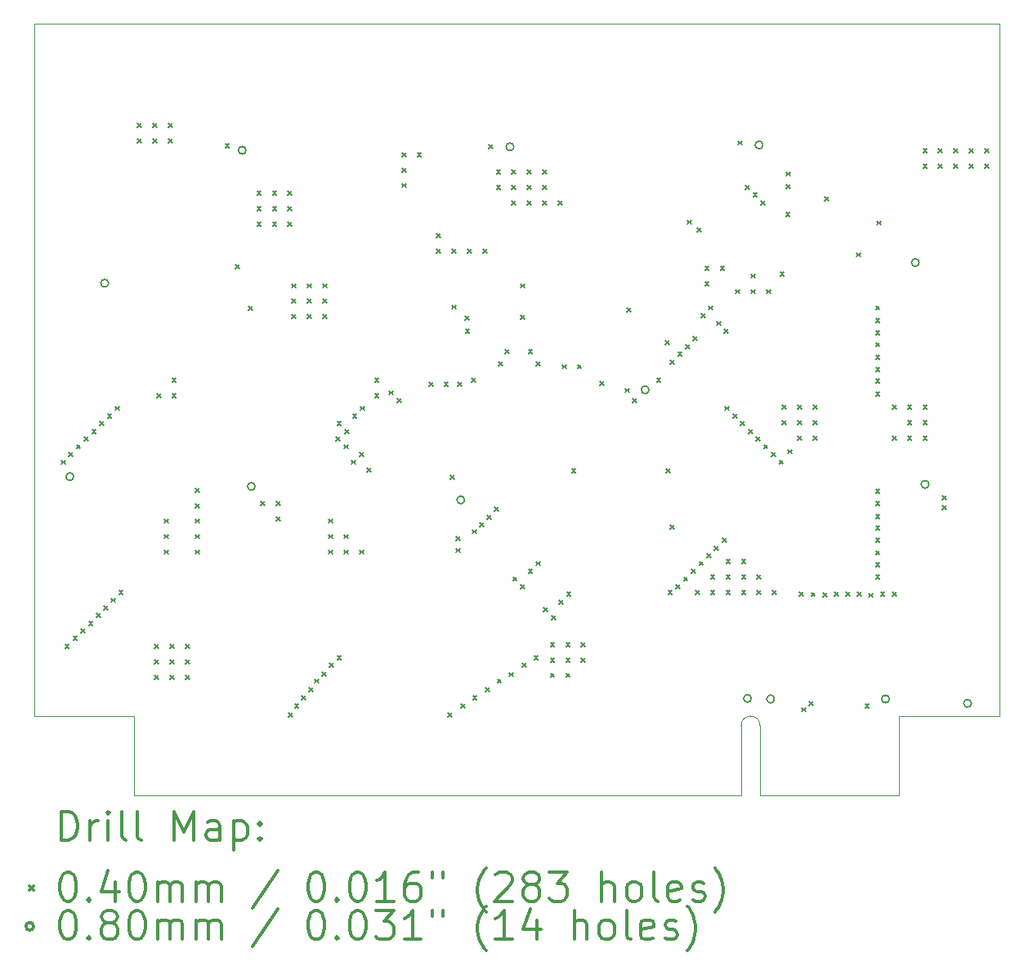
<source format=gbr>
%FSLAX45Y45*%
G04 Gerber Fmt 4.5, Leading zero omitted, Abs format (unit mm)*
G04 Created by KiCad (PCBNEW (5.1.8)-1) date 2022-01-11 15:51:55*
%MOMM*%
%LPD*%
G01*
G04 APERTURE LIST*
%TA.AperFunction,Profile*%
%ADD10C,0.100000*%
%TD*%
%ADD11C,0.200000*%
%ADD12C,0.300000*%
G04 APERTURE END LIST*
D10*
X19015000Y-11360000D02*
G75*
G02*
X19210000Y-11360000I97500J0D01*
G01*
X19210000Y-12080000D02*
X19210000Y-11360000D01*
X19015000Y-12080000D02*
X19015000Y-11360000D01*
X20651000Y-12080000D02*
X20651000Y-11263000D01*
X12726000Y-12080000D02*
X12726000Y-11263000D01*
X20651000Y-12080000D02*
X19210000Y-12080000D01*
X19015000Y-12080000D02*
X12726000Y-12080000D01*
X12726000Y-11263000D02*
X11689000Y-11263000D01*
X11690000Y-4080000D02*
X21690000Y-4080000D01*
X11689000Y-11263000D02*
X11690000Y-4080000D01*
X21688000Y-11263000D02*
X20651000Y-11263000D01*
X21690000Y-4080000D02*
X21688000Y-11263000D01*
D11*
X11970000Y-8610000D02*
X12010000Y-8650000D01*
X12010000Y-8610000D02*
X11970000Y-8650000D01*
X12010001Y-10520000D02*
X12050001Y-10560000D01*
X12050001Y-10520000D02*
X12010001Y-10560000D01*
X12050000Y-8530000D02*
X12090000Y-8570000D01*
X12090000Y-8530000D02*
X12050000Y-8570000D01*
X12095000Y-10435000D02*
X12135000Y-10475000D01*
X12135000Y-10435000D02*
X12095000Y-10475000D01*
X12130000Y-8450000D02*
X12170000Y-8490000D01*
X12170000Y-8450000D02*
X12130000Y-8490000D01*
X12175000Y-10360000D02*
X12215000Y-10400000D01*
X12215000Y-10360000D02*
X12175000Y-10400000D01*
X12210000Y-8370000D02*
X12250000Y-8410000D01*
X12250000Y-8370000D02*
X12210000Y-8410000D01*
X12255000Y-10280000D02*
X12295000Y-10320000D01*
X12295000Y-10280000D02*
X12255000Y-10320000D01*
X12290000Y-8290000D02*
X12330000Y-8330000D01*
X12330000Y-8290000D02*
X12290000Y-8330000D01*
X12335000Y-10200000D02*
X12375000Y-10240000D01*
X12375000Y-10200000D02*
X12335000Y-10240000D01*
X12370000Y-8210000D02*
X12410000Y-8250000D01*
X12410000Y-8210000D02*
X12370000Y-8250000D01*
X12415000Y-10120000D02*
X12455000Y-10160000D01*
X12455000Y-10120000D02*
X12415000Y-10160000D01*
X12450000Y-8130000D02*
X12490000Y-8170000D01*
X12490000Y-8130000D02*
X12450000Y-8170000D01*
X12490000Y-10040000D02*
X12530000Y-10080000D01*
X12530000Y-10040000D02*
X12490000Y-10080000D01*
X12530000Y-8049994D02*
X12570000Y-8089994D01*
X12570000Y-8049994D02*
X12530000Y-8089994D01*
X12570000Y-9960000D02*
X12610000Y-10000000D01*
X12610000Y-9960000D02*
X12570000Y-10000000D01*
X12760000Y-5120000D02*
X12800000Y-5160000D01*
X12800000Y-5120000D02*
X12760000Y-5160000D01*
X12760000Y-5280000D02*
X12800000Y-5320000D01*
X12800000Y-5280000D02*
X12760000Y-5320000D01*
X12920000Y-5120000D02*
X12960000Y-5160000D01*
X12960000Y-5120000D02*
X12920000Y-5160000D01*
X12920000Y-5280000D02*
X12960000Y-5320000D01*
X12960000Y-5280000D02*
X12920000Y-5320000D01*
X12940000Y-10520000D02*
X12980000Y-10560000D01*
X12980000Y-10520000D02*
X12940000Y-10560000D01*
X12940000Y-10680000D02*
X12980000Y-10720000D01*
X12980000Y-10680000D02*
X12940000Y-10720000D01*
X12940000Y-10840000D02*
X12980000Y-10880000D01*
X12980000Y-10840000D02*
X12940000Y-10880000D01*
X12960000Y-7920000D02*
X13000000Y-7960000D01*
X13000000Y-7920000D02*
X12960000Y-7960000D01*
X13040000Y-9220000D02*
X13080000Y-9260000D01*
X13080000Y-9220000D02*
X13040000Y-9260000D01*
X13040000Y-9380000D02*
X13080000Y-9420000D01*
X13080000Y-9380000D02*
X13040000Y-9420000D01*
X13040000Y-9540000D02*
X13080000Y-9580000D01*
X13080000Y-9540000D02*
X13040000Y-9580000D01*
X13080000Y-5120000D02*
X13120000Y-5160000D01*
X13120000Y-5120000D02*
X13080000Y-5160000D01*
X13080000Y-5280000D02*
X13120000Y-5320000D01*
X13120000Y-5280000D02*
X13080000Y-5320000D01*
X13100000Y-10520000D02*
X13140000Y-10560000D01*
X13140000Y-10520000D02*
X13100000Y-10560000D01*
X13100000Y-10680000D02*
X13140000Y-10720000D01*
X13140000Y-10680000D02*
X13100000Y-10720000D01*
X13100000Y-10840000D02*
X13140000Y-10880000D01*
X13140000Y-10840000D02*
X13100000Y-10880000D01*
X13120000Y-7760000D02*
X13160000Y-7800000D01*
X13160000Y-7760000D02*
X13120000Y-7800000D01*
X13120000Y-7920000D02*
X13160000Y-7960000D01*
X13160000Y-7920000D02*
X13120000Y-7960000D01*
X13260000Y-10520000D02*
X13300000Y-10560000D01*
X13300000Y-10520000D02*
X13260000Y-10560000D01*
X13260000Y-10680000D02*
X13300000Y-10720000D01*
X13300000Y-10680000D02*
X13260000Y-10720000D01*
X13260000Y-10840000D02*
X13300000Y-10880000D01*
X13300000Y-10840000D02*
X13260000Y-10880000D01*
X13360000Y-8900000D02*
X13400000Y-8940000D01*
X13400000Y-8900000D02*
X13360000Y-8940000D01*
X13360000Y-9060000D02*
X13400000Y-9100000D01*
X13400000Y-9060000D02*
X13360000Y-9100000D01*
X13360000Y-9220000D02*
X13400000Y-9260000D01*
X13400000Y-9220000D02*
X13360000Y-9260000D01*
X13360000Y-9380000D02*
X13400000Y-9420000D01*
X13400000Y-9380000D02*
X13360000Y-9420000D01*
X13360000Y-9540000D02*
X13400000Y-9580000D01*
X13400000Y-9540000D02*
X13360000Y-9580000D01*
X13670000Y-5330000D02*
X13710000Y-5370000D01*
X13710000Y-5330000D02*
X13670000Y-5370000D01*
X13775000Y-6585000D02*
X13815000Y-6625000D01*
X13815000Y-6585000D02*
X13775000Y-6625000D01*
X13910000Y-7015000D02*
X13950000Y-7055000D01*
X13950000Y-7015000D02*
X13910000Y-7055000D01*
X14000000Y-5820000D02*
X14040000Y-5860000D01*
X14040000Y-5820000D02*
X14000000Y-5860000D01*
X14000000Y-5980000D02*
X14040000Y-6020000D01*
X14040000Y-5980000D02*
X14000000Y-6020000D01*
X14000000Y-6140000D02*
X14040000Y-6180000D01*
X14040000Y-6140000D02*
X14000000Y-6180000D01*
X14040000Y-9040000D02*
X14080000Y-9080000D01*
X14080000Y-9040000D02*
X14040000Y-9080000D01*
X14160000Y-5820000D02*
X14200000Y-5860000D01*
X14200000Y-5820000D02*
X14160000Y-5860000D01*
X14160000Y-5980000D02*
X14200000Y-6020000D01*
X14200000Y-5980000D02*
X14160000Y-6020000D01*
X14160000Y-6140000D02*
X14200000Y-6180000D01*
X14200000Y-6140000D02*
X14160000Y-6180000D01*
X14200000Y-9040000D02*
X14240000Y-9080000D01*
X14240000Y-9040000D02*
X14200000Y-9080000D01*
X14200000Y-9200000D02*
X14240000Y-9240000D01*
X14240000Y-9200000D02*
X14200000Y-9240000D01*
X14320000Y-5820000D02*
X14360000Y-5860000D01*
X14360000Y-5820000D02*
X14320000Y-5860000D01*
X14320000Y-5980000D02*
X14360000Y-6020000D01*
X14360000Y-5980000D02*
X14320000Y-6020000D01*
X14320000Y-6140000D02*
X14360000Y-6180000D01*
X14360000Y-6140000D02*
X14320000Y-6180000D01*
X14325000Y-11230000D02*
X14365000Y-11270000D01*
X14365000Y-11230000D02*
X14325000Y-11270000D01*
X14360000Y-6780000D02*
X14400000Y-6820000D01*
X14400000Y-6780000D02*
X14360000Y-6820000D01*
X14360000Y-6940000D02*
X14400000Y-6980000D01*
X14400000Y-6940000D02*
X14360000Y-6980000D01*
X14360000Y-7100000D02*
X14400000Y-7140000D01*
X14400000Y-7100000D02*
X14360000Y-7140000D01*
X14390000Y-11140000D02*
X14430000Y-11180000D01*
X14430000Y-11140000D02*
X14390000Y-11180000D01*
X14460000Y-11055000D02*
X14500000Y-11095000D01*
X14500000Y-11055000D02*
X14460000Y-11095000D01*
X14520000Y-6780000D02*
X14560000Y-6820000D01*
X14560000Y-6780000D02*
X14520000Y-6820000D01*
X14520000Y-6940000D02*
X14560000Y-6980000D01*
X14560000Y-6940000D02*
X14520000Y-6980000D01*
X14520000Y-7100000D02*
X14560000Y-7140000D01*
X14560000Y-7100000D02*
X14520000Y-7140000D01*
X14535000Y-10970000D02*
X14575000Y-11010000D01*
X14575000Y-10970000D02*
X14535000Y-11010000D01*
X14600000Y-10880000D02*
X14640000Y-10920000D01*
X14640000Y-10880000D02*
X14600000Y-10920000D01*
X14675000Y-10807499D02*
X14715000Y-10847499D01*
X14715000Y-10807499D02*
X14675000Y-10847499D01*
X14680000Y-6780000D02*
X14720000Y-6820000D01*
X14720000Y-6780000D02*
X14680000Y-6820000D01*
X14680000Y-6940000D02*
X14720000Y-6980000D01*
X14720000Y-6940000D02*
X14680000Y-6980000D01*
X14680000Y-7100000D02*
X14720000Y-7140000D01*
X14720000Y-7100000D02*
X14680000Y-7140000D01*
X14740000Y-9220000D02*
X14780000Y-9260000D01*
X14780000Y-9220000D02*
X14740000Y-9260000D01*
X14740000Y-9380000D02*
X14780000Y-9420000D01*
X14780000Y-9380000D02*
X14740000Y-9420000D01*
X14740000Y-9540000D02*
X14780000Y-9580000D01*
X14780000Y-9540000D02*
X14740000Y-9580000D01*
X14750000Y-10715000D02*
X14790000Y-10755000D01*
X14790000Y-10715000D02*
X14750000Y-10755000D01*
X14820000Y-8370000D02*
X14860000Y-8410000D01*
X14860000Y-8370000D02*
X14820000Y-8410000D01*
X14830000Y-8210000D02*
X14870000Y-8250000D01*
X14870000Y-8210000D02*
X14830000Y-8250000D01*
X14830000Y-10640000D02*
X14870000Y-10680000D01*
X14870000Y-10640000D02*
X14830000Y-10680000D01*
X14900000Y-8450000D02*
X14940000Y-8490000D01*
X14940000Y-8450000D02*
X14900000Y-8490000D01*
X14900000Y-9380000D02*
X14940000Y-9420000D01*
X14940000Y-9380000D02*
X14900000Y-9420000D01*
X14900000Y-9540000D02*
X14940000Y-9580000D01*
X14940000Y-9540000D02*
X14900000Y-9580000D01*
X14910000Y-8290000D02*
X14950000Y-8330000D01*
X14950000Y-8290000D02*
X14910000Y-8330000D01*
X14980000Y-8610000D02*
X15020000Y-8650000D01*
X15020000Y-8610000D02*
X14980000Y-8650000D01*
X14990000Y-8130000D02*
X15030000Y-8170000D01*
X15030000Y-8130000D02*
X14990000Y-8170000D01*
X15060000Y-8530000D02*
X15100000Y-8570000D01*
X15100000Y-8530000D02*
X15060000Y-8570000D01*
X15060000Y-9540000D02*
X15100000Y-9580000D01*
X15100000Y-9540000D02*
X15060000Y-9580000D01*
X15070000Y-8049994D02*
X15110000Y-8089994D01*
X15110000Y-8049994D02*
X15070000Y-8089994D01*
X15140001Y-8690000D02*
X15180001Y-8730000D01*
X15180001Y-8690000D02*
X15140001Y-8730000D01*
X15220000Y-7760000D02*
X15260000Y-7800000D01*
X15260000Y-7760000D02*
X15220000Y-7800000D01*
X15220000Y-7920000D02*
X15260000Y-7960000D01*
X15260000Y-7920000D02*
X15220000Y-7960000D01*
X15370002Y-7890000D02*
X15410002Y-7930000D01*
X15410002Y-7890000D02*
X15370002Y-7930000D01*
X15450000Y-7970000D02*
X15490000Y-8010000D01*
X15490000Y-7970000D02*
X15450000Y-8010000D01*
X15500000Y-5420000D02*
X15540000Y-5460000D01*
X15540000Y-5420000D02*
X15500000Y-5460000D01*
X15500000Y-5580000D02*
X15540000Y-5620000D01*
X15540000Y-5580000D02*
X15500000Y-5620000D01*
X15500000Y-5740000D02*
X15540000Y-5780000D01*
X15540000Y-5740000D02*
X15500000Y-5780000D01*
X15660000Y-5420000D02*
X15700000Y-5460000D01*
X15700000Y-5420000D02*
X15660000Y-5460000D01*
X15780000Y-7800000D02*
X15820000Y-7840000D01*
X15820000Y-7800000D02*
X15780000Y-7840000D01*
X15860000Y-6260000D02*
X15900000Y-6300000D01*
X15900000Y-6260000D02*
X15860000Y-6300000D01*
X15860000Y-6420000D02*
X15900000Y-6460000D01*
X15900000Y-6420000D02*
X15860000Y-6460000D01*
X15940000Y-7800000D02*
X15980000Y-7840000D01*
X15980000Y-7800000D02*
X15940000Y-7840000D01*
X15980000Y-11230000D02*
X16020000Y-11270000D01*
X16020000Y-11230000D02*
X15980000Y-11270000D01*
X16005000Y-8765000D02*
X16045000Y-8805000D01*
X16045000Y-8765000D02*
X16005000Y-8805000D01*
X16020000Y-6420000D02*
X16060000Y-6460000D01*
X16060000Y-6420000D02*
X16020000Y-6460000D01*
X16020000Y-7000000D02*
X16060000Y-7040000D01*
X16060000Y-7000000D02*
X16020000Y-7040000D01*
X16060000Y-9400000D02*
X16100000Y-9440000D01*
X16100000Y-9400000D02*
X16060000Y-9440000D01*
X16060000Y-9525000D02*
X16100000Y-9565000D01*
X16100000Y-9525000D02*
X16060000Y-9565000D01*
X16080000Y-7800000D02*
X16120000Y-7840000D01*
X16120000Y-7800000D02*
X16080000Y-7840000D01*
X16110000Y-11140000D02*
X16150000Y-11180000D01*
X16150000Y-11140000D02*
X16110000Y-11180000D01*
X16157502Y-7114340D02*
X16197502Y-7154340D01*
X16197502Y-7114340D02*
X16157502Y-7154340D01*
X16160001Y-7250000D02*
X16200001Y-7290000D01*
X16200001Y-7250000D02*
X16160001Y-7290000D01*
X16180000Y-6420000D02*
X16220000Y-6460000D01*
X16220000Y-6420000D02*
X16180000Y-6460000D01*
X16220000Y-7760000D02*
X16260000Y-7800000D01*
X16260000Y-7760000D02*
X16220000Y-7800000D01*
X16230000Y-9330000D02*
X16270000Y-9370000D01*
X16270000Y-9330000D02*
X16230000Y-9370000D01*
X16235000Y-11055000D02*
X16275000Y-11095000D01*
X16275000Y-11055000D02*
X16235000Y-11095000D01*
X16310254Y-9257499D02*
X16350254Y-9297499D01*
X16350254Y-9257499D02*
X16310254Y-9297499D01*
X16340000Y-6420000D02*
X16380000Y-6460000D01*
X16380000Y-6420000D02*
X16340000Y-6460000D01*
X16365000Y-10970000D02*
X16405000Y-11010000D01*
X16405000Y-10970000D02*
X16365000Y-11010000D01*
X16382501Y-9180000D02*
X16422501Y-9220000D01*
X16422501Y-9180000D02*
X16382501Y-9220000D01*
X16400000Y-5340000D02*
X16440000Y-5380000D01*
X16440000Y-5340000D02*
X16400000Y-5380000D01*
X16458926Y-9098925D02*
X16498926Y-9138925D01*
X16498926Y-9098925D02*
X16458926Y-9138925D01*
X16480000Y-5600000D02*
X16520000Y-5640000D01*
X16520000Y-5600000D02*
X16480000Y-5640000D01*
X16480000Y-5760000D02*
X16520000Y-5800000D01*
X16520000Y-5760000D02*
X16480000Y-5800000D01*
X16490000Y-10880000D02*
X16530000Y-10920000D01*
X16530000Y-10880000D02*
X16490000Y-10920000D01*
X16499999Y-7590000D02*
X16539999Y-7630000D01*
X16539999Y-7590000D02*
X16499999Y-7630000D01*
X16572501Y-7460000D02*
X16612501Y-7500000D01*
X16612501Y-7460000D02*
X16572501Y-7500000D01*
X16615000Y-10810000D02*
X16655000Y-10850000D01*
X16655000Y-10810000D02*
X16615000Y-10850000D01*
X16640000Y-5600000D02*
X16680000Y-5640000D01*
X16680000Y-5600000D02*
X16640000Y-5640000D01*
X16640000Y-5760000D02*
X16680000Y-5800000D01*
X16680000Y-5760000D02*
X16640000Y-5800000D01*
X16640000Y-5920000D02*
X16680000Y-5960000D01*
X16680000Y-5920000D02*
X16640000Y-5960000D01*
X16650000Y-9820000D02*
X16690000Y-9860000D01*
X16690000Y-9820000D02*
X16650000Y-9860000D01*
X16730000Y-6780000D02*
X16770000Y-6820000D01*
X16770000Y-6780000D02*
X16730000Y-6820000D01*
X16730000Y-7110000D02*
X16770000Y-7150000D01*
X16770000Y-7110000D02*
X16730000Y-7150000D01*
X16730000Y-9900000D02*
X16770000Y-9940000D01*
X16770000Y-9900000D02*
X16730000Y-9940000D01*
X16745000Y-10715000D02*
X16785000Y-10755000D01*
X16785000Y-10715000D02*
X16745000Y-10755000D01*
X16800000Y-5600000D02*
X16840000Y-5640000D01*
X16840000Y-5600000D02*
X16800000Y-5640000D01*
X16800000Y-5760000D02*
X16840000Y-5800000D01*
X16840000Y-5760000D02*
X16800000Y-5800000D01*
X16800000Y-5920000D02*
X16840000Y-5960000D01*
X16840000Y-5920000D02*
X16800000Y-5960000D01*
X16810000Y-7460000D02*
X16850000Y-7500000D01*
X16850000Y-7460000D02*
X16810000Y-7500000D01*
X16810000Y-9740000D02*
X16850000Y-9780000D01*
X16850000Y-9740000D02*
X16810000Y-9780000D01*
X16870000Y-10640000D02*
X16910000Y-10680000D01*
X16910000Y-10640000D02*
X16870000Y-10680000D01*
X16890000Y-7590000D02*
X16930000Y-7630000D01*
X16930000Y-7590000D02*
X16890000Y-7630000D01*
X16890000Y-9660000D02*
X16930000Y-9700000D01*
X16930000Y-9660000D02*
X16890000Y-9700000D01*
X16960000Y-5600000D02*
X17000000Y-5640000D01*
X17000000Y-5600000D02*
X16960000Y-5640000D01*
X16960000Y-5760000D02*
X17000000Y-5800000D01*
X17000000Y-5760000D02*
X16960000Y-5800000D01*
X16960000Y-5920000D02*
X17000000Y-5960000D01*
X17000000Y-5920000D02*
X16960000Y-5960000D01*
X16970000Y-10140000D02*
X17010000Y-10180000D01*
X17010000Y-10140000D02*
X16970000Y-10180000D01*
X17040000Y-10500000D02*
X17080000Y-10540000D01*
X17080000Y-10500000D02*
X17040000Y-10540000D01*
X17040000Y-10660000D02*
X17080000Y-10700000D01*
X17080000Y-10660000D02*
X17040000Y-10700000D01*
X17040000Y-10820000D02*
X17080000Y-10860000D01*
X17080000Y-10820000D02*
X17040000Y-10860000D01*
X17050000Y-10220000D02*
X17090000Y-10260000D01*
X17090000Y-10220000D02*
X17050000Y-10260000D01*
X17120000Y-5920000D02*
X17160000Y-5960000D01*
X17160000Y-5920000D02*
X17120000Y-5960000D01*
X17130000Y-10060000D02*
X17170000Y-10100000D01*
X17170000Y-10060000D02*
X17130000Y-10100000D01*
X17160000Y-7620000D02*
X17200000Y-7660000D01*
X17200000Y-7620000D02*
X17160000Y-7660000D01*
X17200000Y-10500000D02*
X17240000Y-10540000D01*
X17240000Y-10500000D02*
X17200000Y-10540000D01*
X17200000Y-10660000D02*
X17240000Y-10700000D01*
X17240000Y-10660000D02*
X17200000Y-10700000D01*
X17200000Y-10820000D02*
X17240000Y-10860000D01*
X17240000Y-10820000D02*
X17200000Y-10860000D01*
X17210000Y-9980000D02*
X17250000Y-10020000D01*
X17250000Y-9980000D02*
X17210000Y-10020000D01*
X17260000Y-8700000D02*
X17300000Y-8740000D01*
X17300000Y-8700000D02*
X17260000Y-8740000D01*
X17320000Y-7620000D02*
X17360000Y-7660000D01*
X17360000Y-7620000D02*
X17320000Y-7660000D01*
X17360000Y-10500000D02*
X17400000Y-10540000D01*
X17400000Y-10500000D02*
X17360000Y-10540000D01*
X17360000Y-10660000D02*
X17400000Y-10700000D01*
X17400000Y-10660000D02*
X17360000Y-10700000D01*
X17552344Y-7792344D02*
X17592344Y-7832344D01*
X17592344Y-7792344D02*
X17552344Y-7832344D01*
X17814213Y-7864548D02*
X17854213Y-7904548D01*
X17854213Y-7864548D02*
X17814213Y-7904548D01*
X17830000Y-7030000D02*
X17870000Y-7070000D01*
X17870000Y-7030000D02*
X17830000Y-7070000D01*
X17889330Y-7970257D02*
X17929330Y-8010257D01*
X17929330Y-7970257D02*
X17889330Y-8010257D01*
X18140000Y-7760000D02*
X18180000Y-7800000D01*
X18180000Y-7760000D02*
X18140000Y-7800000D01*
X18230000Y-7370000D02*
X18270000Y-7410000D01*
X18270000Y-7370000D02*
X18230000Y-7410000D01*
X18237497Y-8700000D02*
X18277497Y-8740000D01*
X18277497Y-8700000D02*
X18237497Y-8740000D01*
X18260000Y-9957488D02*
X18300000Y-9997488D01*
X18300000Y-9957488D02*
X18260000Y-9997488D01*
X18280000Y-7570000D02*
X18320000Y-7610000D01*
X18320000Y-7570000D02*
X18280000Y-7610000D01*
X18280000Y-9280000D02*
X18320000Y-9320000D01*
X18320000Y-9280000D02*
X18280000Y-9320000D01*
X18341208Y-9899132D02*
X18381208Y-9939132D01*
X18381208Y-9899132D02*
X18341208Y-9939132D01*
X18360000Y-7490000D02*
X18400000Y-7530000D01*
X18400000Y-7490000D02*
X18360000Y-7530000D01*
X18420000Y-9820000D02*
X18460000Y-9860000D01*
X18460000Y-9820000D02*
X18420000Y-9860000D01*
X18440000Y-7410000D02*
X18480000Y-7450000D01*
X18480000Y-7410000D02*
X18440000Y-7450000D01*
X18460000Y-6120000D02*
X18500000Y-6160000D01*
X18500000Y-6120000D02*
X18460000Y-6160000D01*
X18500000Y-9740000D02*
X18540000Y-9780000D01*
X18540000Y-9740000D02*
X18500000Y-9780000D01*
X18520000Y-7330000D02*
X18560000Y-7370000D01*
X18560000Y-7330000D02*
X18520000Y-7370000D01*
X18540000Y-9960000D02*
X18580000Y-10000000D01*
X18580000Y-9960000D02*
X18540000Y-10000000D01*
X18560000Y-6200000D02*
X18600000Y-6240000D01*
X18600000Y-6200000D02*
X18560000Y-6240000D01*
X18580000Y-9660000D02*
X18620000Y-9700000D01*
X18620000Y-9660000D02*
X18580000Y-9700000D01*
X18600000Y-7090000D02*
X18640000Y-7130000D01*
X18640000Y-7090000D02*
X18600000Y-7130000D01*
X18640000Y-6600000D02*
X18680000Y-6640000D01*
X18680000Y-6600000D02*
X18640000Y-6640000D01*
X18640000Y-6760000D02*
X18680000Y-6800000D01*
X18680000Y-6760000D02*
X18640000Y-6800000D01*
X18660000Y-9580000D02*
X18700000Y-9620000D01*
X18700000Y-9580000D02*
X18660000Y-9620000D01*
X18680000Y-7009994D02*
X18720000Y-7049994D01*
X18720000Y-7009994D02*
X18680000Y-7049994D01*
X18700000Y-9800000D02*
X18740000Y-9840000D01*
X18740000Y-9800000D02*
X18700000Y-9840000D01*
X18700000Y-9960000D02*
X18740000Y-10000000D01*
X18740000Y-9960000D02*
X18700000Y-10000000D01*
X18740000Y-9500000D02*
X18780000Y-9540000D01*
X18780000Y-9500000D02*
X18740000Y-9540000D01*
X18760000Y-7170000D02*
X18800000Y-7210000D01*
X18800000Y-7170000D02*
X18760000Y-7210000D01*
X18800000Y-6600000D02*
X18840000Y-6640000D01*
X18840000Y-6600000D02*
X18800000Y-6640000D01*
X18820000Y-9420000D02*
X18860000Y-9460000D01*
X18860000Y-9420000D02*
X18820000Y-9460000D01*
X18840000Y-7250000D02*
X18880000Y-7290000D01*
X18880000Y-7250000D02*
X18840000Y-7290000D01*
X18850000Y-8050000D02*
X18890000Y-8090000D01*
X18890000Y-8050000D02*
X18850000Y-8090000D01*
X18860000Y-9640000D02*
X18900000Y-9680000D01*
X18900000Y-9640000D02*
X18860000Y-9680000D01*
X18860000Y-9800000D02*
X18900000Y-9840000D01*
X18900000Y-9800000D02*
X18860000Y-9840000D01*
X18860000Y-9960000D02*
X18900000Y-10000000D01*
X18900000Y-9960000D02*
X18860000Y-10000000D01*
X18930000Y-8130000D02*
X18970000Y-8170000D01*
X18970000Y-8130000D02*
X18930000Y-8170000D01*
X18960000Y-6840000D02*
X19000000Y-6880000D01*
X19000000Y-6840000D02*
X18960000Y-6880000D01*
X18979896Y-5300105D02*
X19019896Y-5340105D01*
X19019896Y-5300105D02*
X18979896Y-5340105D01*
X19010000Y-8210000D02*
X19050000Y-8250000D01*
X19050000Y-8210000D02*
X19010000Y-8250000D01*
X19020000Y-9640000D02*
X19060000Y-9680000D01*
X19060000Y-9640000D02*
X19020000Y-9680000D01*
X19020000Y-9800000D02*
X19060000Y-9840000D01*
X19060000Y-9800000D02*
X19020000Y-9840000D01*
X19020000Y-9960000D02*
X19060000Y-10000000D01*
X19060000Y-9960000D02*
X19020000Y-10000000D01*
X19060000Y-5760000D02*
X19100000Y-5800000D01*
X19100000Y-5760000D02*
X19060000Y-5800000D01*
X19090000Y-8290000D02*
X19130000Y-8330000D01*
X19130000Y-8290000D02*
X19090000Y-8330000D01*
X19120000Y-6680000D02*
X19160000Y-6720000D01*
X19160000Y-6680000D02*
X19120000Y-6720000D01*
X19120000Y-6840000D02*
X19160000Y-6880000D01*
X19160000Y-6840000D02*
X19120000Y-6880000D01*
X19140000Y-5840000D02*
X19180000Y-5880000D01*
X19180000Y-5840000D02*
X19140000Y-5880000D01*
X19170000Y-8370000D02*
X19210000Y-8410000D01*
X19210000Y-8370000D02*
X19170000Y-8410000D01*
X19180000Y-9800000D02*
X19220000Y-9840000D01*
X19220000Y-9800000D02*
X19180000Y-9840000D01*
X19180000Y-9960000D02*
X19220000Y-10000000D01*
X19220000Y-9960000D02*
X19180000Y-10000000D01*
X19220000Y-5920000D02*
X19260000Y-5960000D01*
X19260000Y-5920000D02*
X19220000Y-5960000D01*
X19250000Y-8450000D02*
X19290000Y-8490000D01*
X19290000Y-8450000D02*
X19250000Y-8490000D01*
X19280000Y-6840000D02*
X19320000Y-6880000D01*
X19320000Y-6840000D02*
X19280000Y-6880000D01*
X19330000Y-8530000D02*
X19370000Y-8570000D01*
X19370000Y-8530000D02*
X19330000Y-8570000D01*
X19340000Y-9960000D02*
X19380000Y-10000000D01*
X19380000Y-9960000D02*
X19340000Y-10000000D01*
X19410000Y-8610000D02*
X19450000Y-8650000D01*
X19450000Y-8610000D02*
X19410000Y-8650000D01*
X19420000Y-6660000D02*
X19460000Y-6700000D01*
X19460000Y-6660000D02*
X19420000Y-6700000D01*
X19440000Y-8040000D02*
X19480000Y-8080000D01*
X19480000Y-8040000D02*
X19440000Y-8080000D01*
X19440000Y-8200000D02*
X19480000Y-8240000D01*
X19480000Y-8200000D02*
X19440000Y-8240000D01*
X19478734Y-6038734D02*
X19518734Y-6078734D01*
X19518734Y-6038734D02*
X19478734Y-6078734D01*
X19480000Y-5620000D02*
X19520000Y-5660000D01*
X19520000Y-5620000D02*
X19480000Y-5660000D01*
X19480000Y-5750000D02*
X19520000Y-5790000D01*
X19520000Y-5750000D02*
X19480000Y-5790000D01*
X19500000Y-8500000D02*
X19540000Y-8540000D01*
X19540000Y-8500000D02*
X19500000Y-8540000D01*
X19600000Y-8040000D02*
X19640000Y-8080000D01*
X19640000Y-8040000D02*
X19600000Y-8080000D01*
X19600000Y-8200000D02*
X19640000Y-8240000D01*
X19640000Y-8200000D02*
X19600000Y-8240000D01*
X19600000Y-8360000D02*
X19640000Y-8400000D01*
X19640000Y-8360000D02*
X19600000Y-8400000D01*
X19620000Y-9980000D02*
X19660000Y-10020000D01*
X19660000Y-9980000D02*
X19620000Y-10020000D01*
X19644127Y-11175143D02*
X19684127Y-11215143D01*
X19684127Y-11175143D02*
X19644127Y-11215143D01*
X19720000Y-11110000D02*
X19760000Y-11150000D01*
X19760000Y-11110000D02*
X19720000Y-11150000D01*
X19741266Y-9981266D02*
X19781266Y-10021266D01*
X19781266Y-9981266D02*
X19741266Y-10021266D01*
X19760000Y-8040000D02*
X19800000Y-8080000D01*
X19800000Y-8040000D02*
X19760000Y-8080000D01*
X19760000Y-8200000D02*
X19800000Y-8240000D01*
X19800000Y-8200000D02*
X19760000Y-8240000D01*
X19760000Y-8360000D02*
X19800000Y-8400000D01*
X19800000Y-8360000D02*
X19760000Y-8400000D01*
X19863054Y-9987970D02*
X19903054Y-10027970D01*
X19903054Y-9987970D02*
X19863054Y-10027970D01*
X19880000Y-5880000D02*
X19920000Y-5920000D01*
X19920000Y-5880000D02*
X19880000Y-5920000D01*
X19980000Y-9980000D02*
X20020000Y-10020000D01*
X20020000Y-9980000D02*
X19980000Y-10020000D01*
X20098733Y-9980000D02*
X20138733Y-10020000D01*
X20138733Y-9980000D02*
X20098733Y-10020000D01*
X20210000Y-6460000D02*
X20250000Y-6500000D01*
X20250000Y-6460000D02*
X20210000Y-6500000D01*
X20220000Y-9980000D02*
X20260000Y-10020000D01*
X20260000Y-9980000D02*
X20220000Y-10020000D01*
X20300000Y-11140000D02*
X20340000Y-11180000D01*
X20340000Y-11140000D02*
X20300000Y-11180000D01*
X20337551Y-9989440D02*
X20377551Y-10029440D01*
X20377551Y-9989440D02*
X20337551Y-10029440D01*
X20410000Y-7010000D02*
X20450000Y-7050000D01*
X20450000Y-7010000D02*
X20410000Y-7050000D01*
X20410000Y-7140000D02*
X20450000Y-7180000D01*
X20450000Y-7140000D02*
X20410000Y-7180000D01*
X20410000Y-7270000D02*
X20450000Y-7310000D01*
X20450000Y-7270000D02*
X20410000Y-7310000D01*
X20410000Y-7390000D02*
X20450000Y-7430000D01*
X20450000Y-7390000D02*
X20410000Y-7430000D01*
X20410000Y-7520000D02*
X20450000Y-7560000D01*
X20450000Y-7520000D02*
X20410000Y-7560000D01*
X20410000Y-7650000D02*
X20450000Y-7690000D01*
X20450000Y-7650000D02*
X20410000Y-7690000D01*
X20410000Y-7770000D02*
X20450000Y-7810000D01*
X20450000Y-7770000D02*
X20410000Y-7810000D01*
X20410000Y-7900000D02*
X20450000Y-7940000D01*
X20450000Y-7900000D02*
X20410000Y-7940000D01*
X20410000Y-8910000D02*
X20450000Y-8950000D01*
X20450000Y-8910000D02*
X20410000Y-8950000D01*
X20410000Y-9040000D02*
X20450000Y-9080000D01*
X20450000Y-9040000D02*
X20410000Y-9080000D01*
X20410000Y-9170000D02*
X20450000Y-9210000D01*
X20450000Y-9170000D02*
X20410000Y-9210000D01*
X20410000Y-9290000D02*
X20450000Y-9330000D01*
X20450000Y-9290000D02*
X20410000Y-9330000D01*
X20410000Y-9420000D02*
X20450000Y-9460000D01*
X20450000Y-9420000D02*
X20410000Y-9460000D01*
X20410000Y-9550000D02*
X20450000Y-9590000D01*
X20450000Y-9550000D02*
X20410000Y-9590000D01*
X20410000Y-9670000D02*
X20450000Y-9710000D01*
X20450000Y-9670000D02*
X20410000Y-9710000D01*
X20410000Y-9800000D02*
X20450000Y-9840000D01*
X20450000Y-9800000D02*
X20410000Y-9840000D01*
X20420000Y-6130000D02*
X20460000Y-6170000D01*
X20460000Y-6130000D02*
X20420000Y-6170000D01*
X20460002Y-9980000D02*
X20500002Y-10020000D01*
X20500002Y-9980000D02*
X20460002Y-10020000D01*
X20580000Y-8040000D02*
X20620000Y-8080000D01*
X20620000Y-8040000D02*
X20580000Y-8080000D01*
X20580000Y-8360000D02*
X20620000Y-8400000D01*
X20620000Y-8360000D02*
X20580000Y-8400000D01*
X20580003Y-9980000D02*
X20620003Y-10020000D01*
X20620003Y-9980000D02*
X20580003Y-10020000D01*
X20740000Y-8040000D02*
X20780000Y-8080000D01*
X20780000Y-8040000D02*
X20740000Y-8080000D01*
X20740000Y-8200000D02*
X20780000Y-8240000D01*
X20780000Y-8200000D02*
X20740000Y-8240000D01*
X20740000Y-8360000D02*
X20780000Y-8400000D01*
X20780000Y-8360000D02*
X20740000Y-8400000D01*
X20900000Y-5380000D02*
X20940000Y-5420000D01*
X20940000Y-5380000D02*
X20900000Y-5420000D01*
X20900000Y-5540000D02*
X20940000Y-5580000D01*
X20940000Y-5540000D02*
X20900000Y-5580000D01*
X20900000Y-8040000D02*
X20940000Y-8080000D01*
X20940000Y-8040000D02*
X20900000Y-8080000D01*
X20900000Y-8200000D02*
X20940000Y-8240000D01*
X20940000Y-8200000D02*
X20900000Y-8240000D01*
X20900000Y-8360000D02*
X20940000Y-8400000D01*
X20940000Y-8360000D02*
X20900000Y-8400000D01*
X21060000Y-5380000D02*
X21100000Y-5420000D01*
X21100000Y-5380000D02*
X21060000Y-5420000D01*
X21060000Y-5540000D02*
X21100000Y-5580000D01*
X21100000Y-5540000D02*
X21060000Y-5580000D01*
X21100000Y-8980000D02*
X21140000Y-9020000D01*
X21140000Y-8980000D02*
X21100000Y-9020000D01*
X21100000Y-9080000D02*
X21140000Y-9120000D01*
X21140000Y-9080000D02*
X21100000Y-9120000D01*
X21220000Y-5380000D02*
X21260000Y-5420000D01*
X21260000Y-5380000D02*
X21220000Y-5420000D01*
X21220000Y-5540000D02*
X21260000Y-5580000D01*
X21260000Y-5540000D02*
X21220000Y-5580000D01*
X21380000Y-5380000D02*
X21420000Y-5420000D01*
X21420000Y-5380000D02*
X21380000Y-5420000D01*
X21380000Y-5540000D02*
X21420000Y-5580000D01*
X21420000Y-5540000D02*
X21380000Y-5580000D01*
X21540000Y-5380000D02*
X21580000Y-5420000D01*
X21580000Y-5380000D02*
X21540000Y-5420000D01*
X21540000Y-5540000D02*
X21580000Y-5580000D01*
X21580000Y-5540000D02*
X21540000Y-5580000D01*
X12100000Y-8780000D02*
G75*
G03*
X12100000Y-8780000I-40000J0D01*
G01*
X12460000Y-6775000D02*
G75*
G03*
X12460000Y-6775000I-40000J0D01*
G01*
X13885000Y-5395000D02*
G75*
G03*
X13885000Y-5395000I-40000J0D01*
G01*
X13980000Y-8880000D02*
G75*
G03*
X13980000Y-8880000I-40000J0D01*
G01*
X16150000Y-9020000D02*
G75*
G03*
X16150000Y-9020000I-40000J0D01*
G01*
X16660000Y-5360000D02*
G75*
G03*
X16660000Y-5360000I-40000J0D01*
G01*
X18060000Y-7880000D02*
G75*
G03*
X18060000Y-7880000I-40000J0D01*
G01*
X19120000Y-11080000D02*
G75*
G03*
X19120000Y-11080000I-40000J0D01*
G01*
X19240000Y-5340000D02*
G75*
G03*
X19240000Y-5340000I-40000J0D01*
G01*
X19360000Y-11085001D02*
G75*
G03*
X19360000Y-11085001I-40000J0D01*
G01*
X20549404Y-11085001D02*
G75*
G03*
X20549404Y-11085001I-40000J0D01*
G01*
X20860000Y-6560000D02*
G75*
G03*
X20860000Y-6560000I-40000J0D01*
G01*
X20960000Y-8860000D02*
G75*
G03*
X20960000Y-8860000I-40000J0D01*
G01*
X21400000Y-11130000D02*
G75*
G03*
X21400000Y-11130000I-40000J0D01*
G01*
D12*
X11970428Y-12550714D02*
X11970428Y-12250714D01*
X12041857Y-12250714D01*
X12084714Y-12265000D01*
X12113286Y-12293571D01*
X12127571Y-12322143D01*
X12141857Y-12379286D01*
X12141857Y-12422143D01*
X12127571Y-12479286D01*
X12113286Y-12507857D01*
X12084714Y-12536429D01*
X12041857Y-12550714D01*
X11970428Y-12550714D01*
X12270428Y-12550714D02*
X12270428Y-12350714D01*
X12270428Y-12407857D02*
X12284714Y-12379286D01*
X12299000Y-12365000D01*
X12327571Y-12350714D01*
X12356143Y-12350714D01*
X12456143Y-12550714D02*
X12456143Y-12350714D01*
X12456143Y-12250714D02*
X12441857Y-12265000D01*
X12456143Y-12279286D01*
X12470428Y-12265000D01*
X12456143Y-12250714D01*
X12456143Y-12279286D01*
X12641857Y-12550714D02*
X12613286Y-12536429D01*
X12599000Y-12507857D01*
X12599000Y-12250714D01*
X12799000Y-12550714D02*
X12770428Y-12536429D01*
X12756143Y-12507857D01*
X12756143Y-12250714D01*
X13141857Y-12550714D02*
X13141857Y-12250714D01*
X13241857Y-12465000D01*
X13341857Y-12250714D01*
X13341857Y-12550714D01*
X13613286Y-12550714D02*
X13613286Y-12393571D01*
X13599000Y-12365000D01*
X13570428Y-12350714D01*
X13513286Y-12350714D01*
X13484714Y-12365000D01*
X13613286Y-12536429D02*
X13584714Y-12550714D01*
X13513286Y-12550714D01*
X13484714Y-12536429D01*
X13470428Y-12507857D01*
X13470428Y-12479286D01*
X13484714Y-12450714D01*
X13513286Y-12436429D01*
X13584714Y-12436429D01*
X13613286Y-12422143D01*
X13756143Y-12350714D02*
X13756143Y-12650714D01*
X13756143Y-12365000D02*
X13784714Y-12350714D01*
X13841857Y-12350714D01*
X13870428Y-12365000D01*
X13884714Y-12379286D01*
X13899000Y-12407857D01*
X13899000Y-12493571D01*
X13884714Y-12522143D01*
X13870428Y-12536429D01*
X13841857Y-12550714D01*
X13784714Y-12550714D01*
X13756143Y-12536429D01*
X14027571Y-12522143D02*
X14041857Y-12536429D01*
X14027571Y-12550714D01*
X14013286Y-12536429D01*
X14027571Y-12522143D01*
X14027571Y-12550714D01*
X14027571Y-12365000D02*
X14041857Y-12379286D01*
X14027571Y-12393571D01*
X14013286Y-12379286D01*
X14027571Y-12365000D01*
X14027571Y-12393571D01*
X11644000Y-13025000D02*
X11684000Y-13065000D01*
X11684000Y-13025000D02*
X11644000Y-13065000D01*
X12027571Y-12880714D02*
X12056143Y-12880714D01*
X12084714Y-12895000D01*
X12099000Y-12909286D01*
X12113286Y-12937857D01*
X12127571Y-12995000D01*
X12127571Y-13066429D01*
X12113286Y-13123571D01*
X12099000Y-13152143D01*
X12084714Y-13166429D01*
X12056143Y-13180714D01*
X12027571Y-13180714D01*
X11999000Y-13166429D01*
X11984714Y-13152143D01*
X11970428Y-13123571D01*
X11956143Y-13066429D01*
X11956143Y-12995000D01*
X11970428Y-12937857D01*
X11984714Y-12909286D01*
X11999000Y-12895000D01*
X12027571Y-12880714D01*
X12256143Y-13152143D02*
X12270428Y-13166429D01*
X12256143Y-13180714D01*
X12241857Y-13166429D01*
X12256143Y-13152143D01*
X12256143Y-13180714D01*
X12527571Y-12980714D02*
X12527571Y-13180714D01*
X12456143Y-12866429D02*
X12384714Y-13080714D01*
X12570428Y-13080714D01*
X12741857Y-12880714D02*
X12770428Y-12880714D01*
X12799000Y-12895000D01*
X12813286Y-12909286D01*
X12827571Y-12937857D01*
X12841857Y-12995000D01*
X12841857Y-13066429D01*
X12827571Y-13123571D01*
X12813286Y-13152143D01*
X12799000Y-13166429D01*
X12770428Y-13180714D01*
X12741857Y-13180714D01*
X12713286Y-13166429D01*
X12699000Y-13152143D01*
X12684714Y-13123571D01*
X12670428Y-13066429D01*
X12670428Y-12995000D01*
X12684714Y-12937857D01*
X12699000Y-12909286D01*
X12713286Y-12895000D01*
X12741857Y-12880714D01*
X12970428Y-13180714D02*
X12970428Y-12980714D01*
X12970428Y-13009286D02*
X12984714Y-12995000D01*
X13013286Y-12980714D01*
X13056143Y-12980714D01*
X13084714Y-12995000D01*
X13099000Y-13023571D01*
X13099000Y-13180714D01*
X13099000Y-13023571D02*
X13113286Y-12995000D01*
X13141857Y-12980714D01*
X13184714Y-12980714D01*
X13213286Y-12995000D01*
X13227571Y-13023571D01*
X13227571Y-13180714D01*
X13370428Y-13180714D02*
X13370428Y-12980714D01*
X13370428Y-13009286D02*
X13384714Y-12995000D01*
X13413286Y-12980714D01*
X13456143Y-12980714D01*
X13484714Y-12995000D01*
X13499000Y-13023571D01*
X13499000Y-13180714D01*
X13499000Y-13023571D02*
X13513286Y-12995000D01*
X13541857Y-12980714D01*
X13584714Y-12980714D01*
X13613286Y-12995000D01*
X13627571Y-13023571D01*
X13627571Y-13180714D01*
X14213286Y-12866429D02*
X13956143Y-13252143D01*
X14599000Y-12880714D02*
X14627571Y-12880714D01*
X14656143Y-12895000D01*
X14670428Y-12909286D01*
X14684714Y-12937857D01*
X14699000Y-12995000D01*
X14699000Y-13066429D01*
X14684714Y-13123571D01*
X14670428Y-13152143D01*
X14656143Y-13166429D01*
X14627571Y-13180714D01*
X14599000Y-13180714D01*
X14570428Y-13166429D01*
X14556143Y-13152143D01*
X14541857Y-13123571D01*
X14527571Y-13066429D01*
X14527571Y-12995000D01*
X14541857Y-12937857D01*
X14556143Y-12909286D01*
X14570428Y-12895000D01*
X14599000Y-12880714D01*
X14827571Y-13152143D02*
X14841857Y-13166429D01*
X14827571Y-13180714D01*
X14813286Y-13166429D01*
X14827571Y-13152143D01*
X14827571Y-13180714D01*
X15027571Y-12880714D02*
X15056143Y-12880714D01*
X15084714Y-12895000D01*
X15099000Y-12909286D01*
X15113286Y-12937857D01*
X15127571Y-12995000D01*
X15127571Y-13066429D01*
X15113286Y-13123571D01*
X15099000Y-13152143D01*
X15084714Y-13166429D01*
X15056143Y-13180714D01*
X15027571Y-13180714D01*
X14999000Y-13166429D01*
X14984714Y-13152143D01*
X14970428Y-13123571D01*
X14956143Y-13066429D01*
X14956143Y-12995000D01*
X14970428Y-12937857D01*
X14984714Y-12909286D01*
X14999000Y-12895000D01*
X15027571Y-12880714D01*
X15413286Y-13180714D02*
X15241857Y-13180714D01*
X15327571Y-13180714D02*
X15327571Y-12880714D01*
X15299000Y-12923571D01*
X15270428Y-12952143D01*
X15241857Y-12966429D01*
X15670428Y-12880714D02*
X15613286Y-12880714D01*
X15584714Y-12895000D01*
X15570428Y-12909286D01*
X15541857Y-12952143D01*
X15527571Y-13009286D01*
X15527571Y-13123571D01*
X15541857Y-13152143D01*
X15556143Y-13166429D01*
X15584714Y-13180714D01*
X15641857Y-13180714D01*
X15670428Y-13166429D01*
X15684714Y-13152143D01*
X15699000Y-13123571D01*
X15699000Y-13052143D01*
X15684714Y-13023571D01*
X15670428Y-13009286D01*
X15641857Y-12995000D01*
X15584714Y-12995000D01*
X15556143Y-13009286D01*
X15541857Y-13023571D01*
X15527571Y-13052143D01*
X15813286Y-12880714D02*
X15813286Y-12937857D01*
X15927571Y-12880714D02*
X15927571Y-12937857D01*
X16370428Y-13295000D02*
X16356143Y-13280714D01*
X16327571Y-13237857D01*
X16313286Y-13209286D01*
X16299000Y-13166429D01*
X16284714Y-13095000D01*
X16284714Y-13037857D01*
X16299000Y-12966429D01*
X16313286Y-12923571D01*
X16327571Y-12895000D01*
X16356143Y-12852143D01*
X16370428Y-12837857D01*
X16470428Y-12909286D02*
X16484714Y-12895000D01*
X16513286Y-12880714D01*
X16584714Y-12880714D01*
X16613286Y-12895000D01*
X16627571Y-12909286D01*
X16641857Y-12937857D01*
X16641857Y-12966429D01*
X16627571Y-13009286D01*
X16456143Y-13180714D01*
X16641857Y-13180714D01*
X16813286Y-13009286D02*
X16784714Y-12995000D01*
X16770428Y-12980714D01*
X16756143Y-12952143D01*
X16756143Y-12937857D01*
X16770428Y-12909286D01*
X16784714Y-12895000D01*
X16813286Y-12880714D01*
X16870428Y-12880714D01*
X16899000Y-12895000D01*
X16913286Y-12909286D01*
X16927571Y-12937857D01*
X16927571Y-12952143D01*
X16913286Y-12980714D01*
X16899000Y-12995000D01*
X16870428Y-13009286D01*
X16813286Y-13009286D01*
X16784714Y-13023571D01*
X16770428Y-13037857D01*
X16756143Y-13066429D01*
X16756143Y-13123571D01*
X16770428Y-13152143D01*
X16784714Y-13166429D01*
X16813286Y-13180714D01*
X16870428Y-13180714D01*
X16899000Y-13166429D01*
X16913286Y-13152143D01*
X16927571Y-13123571D01*
X16927571Y-13066429D01*
X16913286Y-13037857D01*
X16899000Y-13023571D01*
X16870428Y-13009286D01*
X17027571Y-12880714D02*
X17213286Y-12880714D01*
X17113286Y-12995000D01*
X17156143Y-12995000D01*
X17184714Y-13009286D01*
X17199000Y-13023571D01*
X17213286Y-13052143D01*
X17213286Y-13123571D01*
X17199000Y-13152143D01*
X17184714Y-13166429D01*
X17156143Y-13180714D01*
X17070428Y-13180714D01*
X17041857Y-13166429D01*
X17027571Y-13152143D01*
X17570428Y-13180714D02*
X17570428Y-12880714D01*
X17699000Y-13180714D02*
X17699000Y-13023571D01*
X17684714Y-12995000D01*
X17656143Y-12980714D01*
X17613286Y-12980714D01*
X17584714Y-12995000D01*
X17570428Y-13009286D01*
X17884714Y-13180714D02*
X17856143Y-13166429D01*
X17841857Y-13152143D01*
X17827571Y-13123571D01*
X17827571Y-13037857D01*
X17841857Y-13009286D01*
X17856143Y-12995000D01*
X17884714Y-12980714D01*
X17927571Y-12980714D01*
X17956143Y-12995000D01*
X17970428Y-13009286D01*
X17984714Y-13037857D01*
X17984714Y-13123571D01*
X17970428Y-13152143D01*
X17956143Y-13166429D01*
X17927571Y-13180714D01*
X17884714Y-13180714D01*
X18156143Y-13180714D02*
X18127571Y-13166429D01*
X18113286Y-13137857D01*
X18113286Y-12880714D01*
X18384714Y-13166429D02*
X18356143Y-13180714D01*
X18299000Y-13180714D01*
X18270428Y-13166429D01*
X18256143Y-13137857D01*
X18256143Y-13023571D01*
X18270428Y-12995000D01*
X18299000Y-12980714D01*
X18356143Y-12980714D01*
X18384714Y-12995000D01*
X18399000Y-13023571D01*
X18399000Y-13052143D01*
X18256143Y-13080714D01*
X18513286Y-13166429D02*
X18541857Y-13180714D01*
X18599000Y-13180714D01*
X18627571Y-13166429D01*
X18641857Y-13137857D01*
X18641857Y-13123571D01*
X18627571Y-13095000D01*
X18599000Y-13080714D01*
X18556143Y-13080714D01*
X18527571Y-13066429D01*
X18513286Y-13037857D01*
X18513286Y-13023571D01*
X18527571Y-12995000D01*
X18556143Y-12980714D01*
X18599000Y-12980714D01*
X18627571Y-12995000D01*
X18741857Y-13295000D02*
X18756143Y-13280714D01*
X18784714Y-13237857D01*
X18799000Y-13209286D01*
X18813286Y-13166429D01*
X18827571Y-13095000D01*
X18827571Y-13037857D01*
X18813286Y-12966429D01*
X18799000Y-12923571D01*
X18784714Y-12895000D01*
X18756143Y-12852143D01*
X18741857Y-12837857D01*
X11684000Y-13441000D02*
G75*
G03*
X11684000Y-13441000I-40000J0D01*
G01*
X12027571Y-13276714D02*
X12056143Y-13276714D01*
X12084714Y-13291000D01*
X12099000Y-13305286D01*
X12113286Y-13333857D01*
X12127571Y-13391000D01*
X12127571Y-13462429D01*
X12113286Y-13519571D01*
X12099000Y-13548143D01*
X12084714Y-13562429D01*
X12056143Y-13576714D01*
X12027571Y-13576714D01*
X11999000Y-13562429D01*
X11984714Y-13548143D01*
X11970428Y-13519571D01*
X11956143Y-13462429D01*
X11956143Y-13391000D01*
X11970428Y-13333857D01*
X11984714Y-13305286D01*
X11999000Y-13291000D01*
X12027571Y-13276714D01*
X12256143Y-13548143D02*
X12270428Y-13562429D01*
X12256143Y-13576714D01*
X12241857Y-13562429D01*
X12256143Y-13548143D01*
X12256143Y-13576714D01*
X12441857Y-13405286D02*
X12413286Y-13391000D01*
X12399000Y-13376714D01*
X12384714Y-13348143D01*
X12384714Y-13333857D01*
X12399000Y-13305286D01*
X12413286Y-13291000D01*
X12441857Y-13276714D01*
X12499000Y-13276714D01*
X12527571Y-13291000D01*
X12541857Y-13305286D01*
X12556143Y-13333857D01*
X12556143Y-13348143D01*
X12541857Y-13376714D01*
X12527571Y-13391000D01*
X12499000Y-13405286D01*
X12441857Y-13405286D01*
X12413286Y-13419571D01*
X12399000Y-13433857D01*
X12384714Y-13462429D01*
X12384714Y-13519571D01*
X12399000Y-13548143D01*
X12413286Y-13562429D01*
X12441857Y-13576714D01*
X12499000Y-13576714D01*
X12527571Y-13562429D01*
X12541857Y-13548143D01*
X12556143Y-13519571D01*
X12556143Y-13462429D01*
X12541857Y-13433857D01*
X12527571Y-13419571D01*
X12499000Y-13405286D01*
X12741857Y-13276714D02*
X12770428Y-13276714D01*
X12799000Y-13291000D01*
X12813286Y-13305286D01*
X12827571Y-13333857D01*
X12841857Y-13391000D01*
X12841857Y-13462429D01*
X12827571Y-13519571D01*
X12813286Y-13548143D01*
X12799000Y-13562429D01*
X12770428Y-13576714D01*
X12741857Y-13576714D01*
X12713286Y-13562429D01*
X12699000Y-13548143D01*
X12684714Y-13519571D01*
X12670428Y-13462429D01*
X12670428Y-13391000D01*
X12684714Y-13333857D01*
X12699000Y-13305286D01*
X12713286Y-13291000D01*
X12741857Y-13276714D01*
X12970428Y-13576714D02*
X12970428Y-13376714D01*
X12970428Y-13405286D02*
X12984714Y-13391000D01*
X13013286Y-13376714D01*
X13056143Y-13376714D01*
X13084714Y-13391000D01*
X13099000Y-13419571D01*
X13099000Y-13576714D01*
X13099000Y-13419571D02*
X13113286Y-13391000D01*
X13141857Y-13376714D01*
X13184714Y-13376714D01*
X13213286Y-13391000D01*
X13227571Y-13419571D01*
X13227571Y-13576714D01*
X13370428Y-13576714D02*
X13370428Y-13376714D01*
X13370428Y-13405286D02*
X13384714Y-13391000D01*
X13413286Y-13376714D01*
X13456143Y-13376714D01*
X13484714Y-13391000D01*
X13499000Y-13419571D01*
X13499000Y-13576714D01*
X13499000Y-13419571D02*
X13513286Y-13391000D01*
X13541857Y-13376714D01*
X13584714Y-13376714D01*
X13613286Y-13391000D01*
X13627571Y-13419571D01*
X13627571Y-13576714D01*
X14213286Y-13262429D02*
X13956143Y-13648143D01*
X14599000Y-13276714D02*
X14627571Y-13276714D01*
X14656143Y-13291000D01*
X14670428Y-13305286D01*
X14684714Y-13333857D01*
X14699000Y-13391000D01*
X14699000Y-13462429D01*
X14684714Y-13519571D01*
X14670428Y-13548143D01*
X14656143Y-13562429D01*
X14627571Y-13576714D01*
X14599000Y-13576714D01*
X14570428Y-13562429D01*
X14556143Y-13548143D01*
X14541857Y-13519571D01*
X14527571Y-13462429D01*
X14527571Y-13391000D01*
X14541857Y-13333857D01*
X14556143Y-13305286D01*
X14570428Y-13291000D01*
X14599000Y-13276714D01*
X14827571Y-13548143D02*
X14841857Y-13562429D01*
X14827571Y-13576714D01*
X14813286Y-13562429D01*
X14827571Y-13548143D01*
X14827571Y-13576714D01*
X15027571Y-13276714D02*
X15056143Y-13276714D01*
X15084714Y-13291000D01*
X15099000Y-13305286D01*
X15113286Y-13333857D01*
X15127571Y-13391000D01*
X15127571Y-13462429D01*
X15113286Y-13519571D01*
X15099000Y-13548143D01*
X15084714Y-13562429D01*
X15056143Y-13576714D01*
X15027571Y-13576714D01*
X14999000Y-13562429D01*
X14984714Y-13548143D01*
X14970428Y-13519571D01*
X14956143Y-13462429D01*
X14956143Y-13391000D01*
X14970428Y-13333857D01*
X14984714Y-13305286D01*
X14999000Y-13291000D01*
X15027571Y-13276714D01*
X15227571Y-13276714D02*
X15413286Y-13276714D01*
X15313286Y-13391000D01*
X15356143Y-13391000D01*
X15384714Y-13405286D01*
X15399000Y-13419571D01*
X15413286Y-13448143D01*
X15413286Y-13519571D01*
X15399000Y-13548143D01*
X15384714Y-13562429D01*
X15356143Y-13576714D01*
X15270428Y-13576714D01*
X15241857Y-13562429D01*
X15227571Y-13548143D01*
X15699000Y-13576714D02*
X15527571Y-13576714D01*
X15613286Y-13576714D02*
X15613286Y-13276714D01*
X15584714Y-13319571D01*
X15556143Y-13348143D01*
X15527571Y-13362429D01*
X15813286Y-13276714D02*
X15813286Y-13333857D01*
X15927571Y-13276714D02*
X15927571Y-13333857D01*
X16370428Y-13691000D02*
X16356143Y-13676714D01*
X16327571Y-13633857D01*
X16313286Y-13605286D01*
X16299000Y-13562429D01*
X16284714Y-13491000D01*
X16284714Y-13433857D01*
X16299000Y-13362429D01*
X16313286Y-13319571D01*
X16327571Y-13291000D01*
X16356143Y-13248143D01*
X16370428Y-13233857D01*
X16641857Y-13576714D02*
X16470428Y-13576714D01*
X16556143Y-13576714D02*
X16556143Y-13276714D01*
X16527571Y-13319571D01*
X16499000Y-13348143D01*
X16470428Y-13362429D01*
X16899000Y-13376714D02*
X16899000Y-13576714D01*
X16827571Y-13262429D02*
X16756143Y-13476714D01*
X16941857Y-13476714D01*
X17284714Y-13576714D02*
X17284714Y-13276714D01*
X17413286Y-13576714D02*
X17413286Y-13419571D01*
X17399000Y-13391000D01*
X17370428Y-13376714D01*
X17327571Y-13376714D01*
X17299000Y-13391000D01*
X17284714Y-13405286D01*
X17599000Y-13576714D02*
X17570428Y-13562429D01*
X17556143Y-13548143D01*
X17541857Y-13519571D01*
X17541857Y-13433857D01*
X17556143Y-13405286D01*
X17570428Y-13391000D01*
X17599000Y-13376714D01*
X17641857Y-13376714D01*
X17670428Y-13391000D01*
X17684714Y-13405286D01*
X17699000Y-13433857D01*
X17699000Y-13519571D01*
X17684714Y-13548143D01*
X17670428Y-13562429D01*
X17641857Y-13576714D01*
X17599000Y-13576714D01*
X17870428Y-13576714D02*
X17841857Y-13562429D01*
X17827571Y-13533857D01*
X17827571Y-13276714D01*
X18099000Y-13562429D02*
X18070428Y-13576714D01*
X18013286Y-13576714D01*
X17984714Y-13562429D01*
X17970428Y-13533857D01*
X17970428Y-13419571D01*
X17984714Y-13391000D01*
X18013286Y-13376714D01*
X18070428Y-13376714D01*
X18099000Y-13391000D01*
X18113286Y-13419571D01*
X18113286Y-13448143D01*
X17970428Y-13476714D01*
X18227571Y-13562429D02*
X18256143Y-13576714D01*
X18313286Y-13576714D01*
X18341857Y-13562429D01*
X18356143Y-13533857D01*
X18356143Y-13519571D01*
X18341857Y-13491000D01*
X18313286Y-13476714D01*
X18270428Y-13476714D01*
X18241857Y-13462429D01*
X18227571Y-13433857D01*
X18227571Y-13419571D01*
X18241857Y-13391000D01*
X18270428Y-13376714D01*
X18313286Y-13376714D01*
X18341857Y-13391000D01*
X18456143Y-13691000D02*
X18470428Y-13676714D01*
X18499000Y-13633857D01*
X18513286Y-13605286D01*
X18527571Y-13562429D01*
X18541857Y-13491000D01*
X18541857Y-13433857D01*
X18527571Y-13362429D01*
X18513286Y-13319571D01*
X18499000Y-13291000D01*
X18470428Y-13248143D01*
X18456143Y-13233857D01*
M02*

</source>
